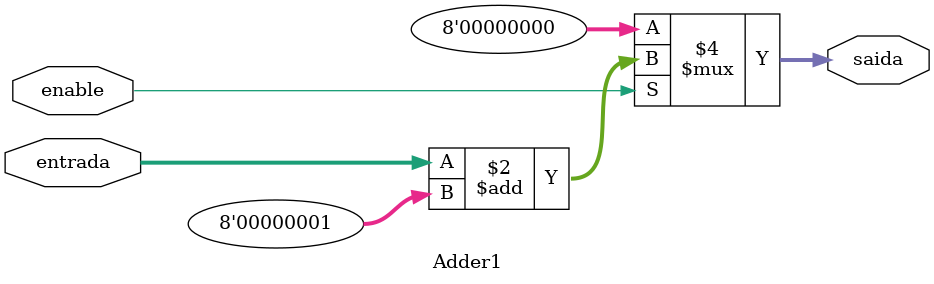
<source format=v>
module Adder1(input [7:0] entrada, input enable, output reg [7:0] saida);
    
    always @(entrada or enable) begin
        if(enable)
            saida = entrada + 8'h01;
        else
            saida = 8'h00;
    end
    
endmodule

</source>
